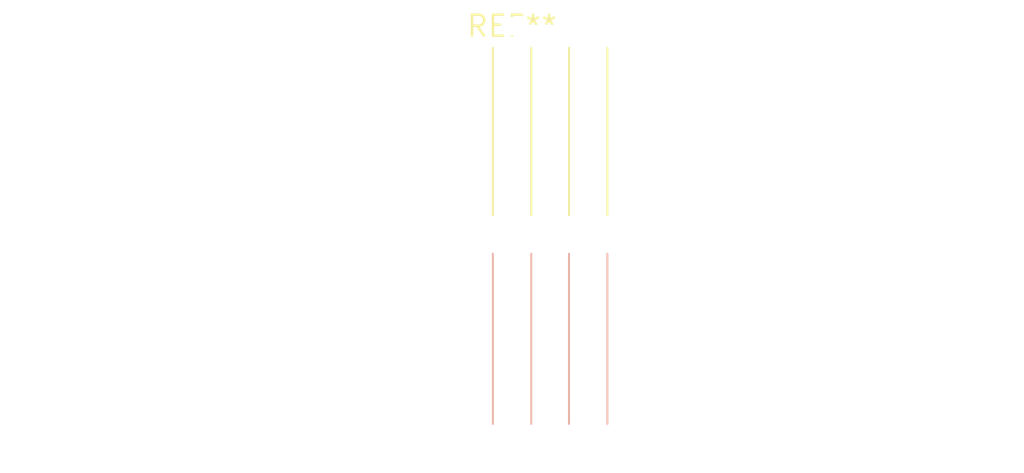
<source format=kicad_pcb>
(kicad_pcb (version 20240108) (generator pcbnew)
  (layers (0 "F.Cu" signal) (31 "B.Cu" signal) (34 "B.Paste" user) (35 "F.Paste" user) (36 "B.SilkS" user "B.Silkscreen") (37 "F.SilkS" user "F.Silkscreen") (38 "B.Mask" user) (39 "F.Mask" user) (44 "Edge.Cuts" user))
  (net 0 "")
  (footprint "SolderWire-0.5sqmm_1x02_P4.6mm_D0.9mm_OD2.1mm_Relief2x" (layer "F.Cu") (at 0 0)
    (property "Reference" "REF**")
    (property "Value" "SolderWire-0.5sqmm_1x02_P4.6mm_D0.9mm_OD2.1mm_Relief2x")
    (fp_line (start -1.16 13.76) (end -1.16 24.04) (layer "B.SilkS") (stroke (width 0.12)))
    (fp_line (start 1.16 13.76) (end 1.16 24.04) (layer "B.SilkS") (stroke (width 0.12)))
    (fp_line (start 3.44 13.76) (end 3.44 24.04) (layer "B.SilkS") (stroke (width 0.12)))
    (fp_line (start 5.76 13.76) (end 5.76 24.04) (layer "B.SilkS") (stroke (width 0.12)))
    (fp_line (start -1.16 1.31) (end -1.16 11.44) (layer "F.SilkS") (stroke (width 0.12)))
    (fp_line (start 1.16 1.31) (end 1.16 11.44) (layer "F.SilkS") (stroke (width 0.12)))
    (fp_line (start 3.44 1.31) (end 3.44 11.44) (layer "F.SilkS") (stroke (width 0.12)))
    (fp_line (start 5.76 1.31) (end 5.76 11.44) (layer "F.SilkS") (stroke (width 0.12)))
    (pad "" np_thru_hole circle (at 0 12.6) (size 2.6 2.6) (drill 2.6) (layers *.Cu *.Mask))
    (pad "" np_thru_hole circle (at 0 25.2) (size 2.6 2.6) (drill 2.6) (layers *.Cu *.Mask))
    (pad "" np_thru_hole circle (at 4.6 12.6) (size 2.6 2.6) (drill 2.6) (layers *.Cu *.Mask))
    (pad "" np_thru_hole circle (at 4.6 25.2) (size 2.6 2.6) (drill 2.6) (layers *.Cu *.Mask))
    (pad "1" thru_hole roundrect (at 0 0) (size 2.1 2.1) (drill 1.1) (layers *.Cu *.Mask) (remove_unused_layers) (roundrect_rratio 0.119048))
    (pad "2" thru_hole circle (at 4.6 0) (size 2.1 2.1) (drill 1.1) (layers *.Cu *.Mask) (remove_unused_layers))
  )
)
</source>
